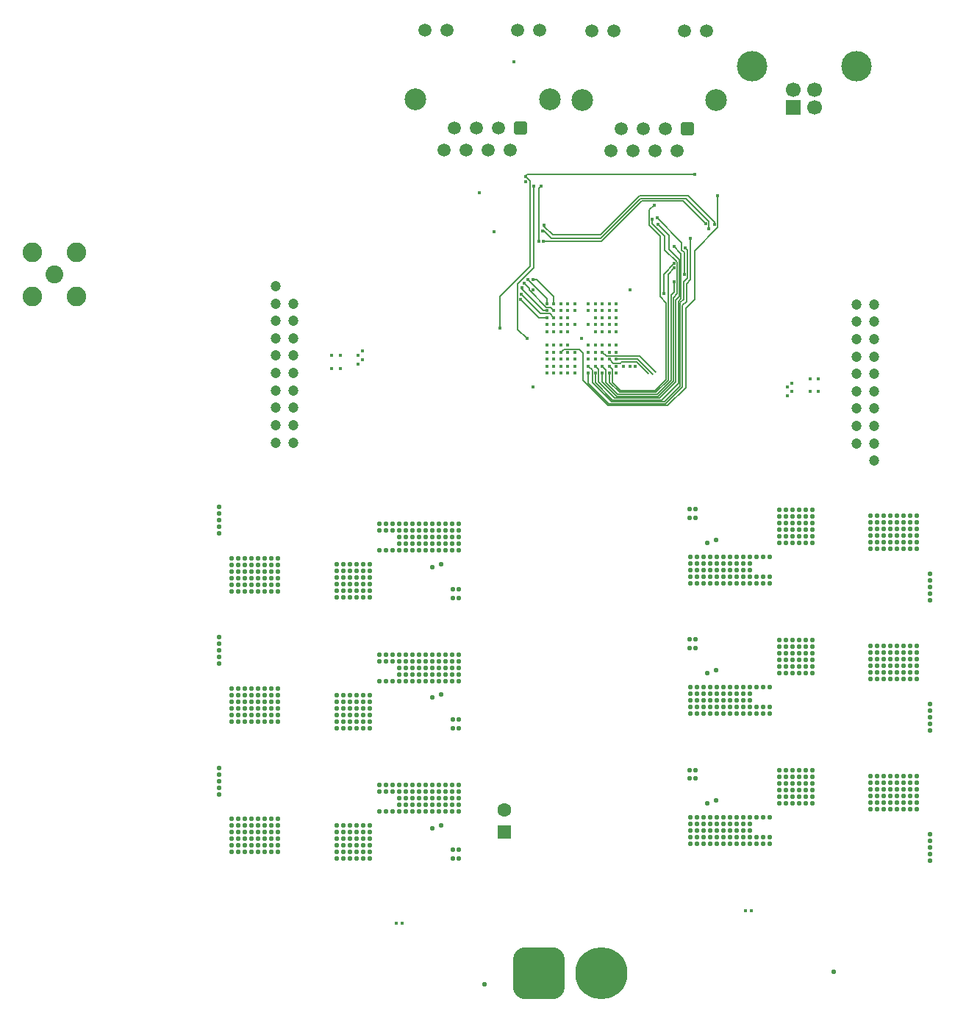
<source format=gbr>
%TF.GenerationSoftware,KiCad,Pcbnew,9.0.2-9-g92f6307ebb*%
%TF.CreationDate,2025-06-20T01:42:08+08:00*%
%TF.ProjectId,HPM5E31_ECatDualFOC,48504d35-4533-4315-9f45-436174447561,rev?*%
%TF.SameCoordinates,Original*%
%TF.FileFunction,Copper,L3,Inr*%
%TF.FilePolarity,Positive*%
%FSLAX46Y46*%
G04 Gerber Fmt 4.6, Leading zero omitted, Abs format (unit mm)*
G04 Created by KiCad (PCBNEW 9.0.2-9-g92f6307ebb) date 2025-06-20 01:42:08*
%MOMM*%
%LPD*%
G01*
G04 APERTURE LIST*
G04 Aperture macros list*
%AMRoundRect*
0 Rectangle with rounded corners*
0 $1 Rounding radius*
0 $2 $3 $4 $5 $6 $7 $8 $9 X,Y pos of 4 corners*
0 Add a 4 corners polygon primitive as box body*
4,1,4,$2,$3,$4,$5,$6,$7,$8,$9,$2,$3,0*
0 Add four circle primitives for the rounded corners*
1,1,$1+$1,$2,$3*
1,1,$1+$1,$4,$5*
1,1,$1+$1,$6,$7*
1,1,$1+$1,$8,$9*
0 Add four rect primitives between the rounded corners*
20,1,$1+$1,$2,$3,$4,$5,0*
20,1,$1+$1,$4,$5,$6,$7,0*
20,1,$1+$1,$6,$7,$8,$9,0*
20,1,$1+$1,$8,$9,$2,$3,0*%
G04 Aperture macros list end*
%TA.AperFunction,ComponentPad*%
%ADD10RoundRect,0.250500X0.499500X0.499500X-0.499500X0.499500X-0.499500X-0.499500X0.499500X-0.499500X0*%
%TD*%
%TA.AperFunction,ComponentPad*%
%ADD11C,1.500000*%
%TD*%
%TA.AperFunction,ComponentPad*%
%ADD12C,2.500000*%
%TD*%
%TA.AperFunction,ComponentPad*%
%ADD13C,1.200000*%
%TD*%
%TA.AperFunction,ComponentPad*%
%ADD14R,1.700000X1.700000*%
%TD*%
%TA.AperFunction,ComponentPad*%
%ADD15C,1.700000*%
%TD*%
%TA.AperFunction,ComponentPad*%
%ADD16C,3.500000*%
%TD*%
%TA.AperFunction,ComponentPad*%
%ADD17C,2.050000*%
%TD*%
%TA.AperFunction,ComponentPad*%
%ADD18C,2.250000*%
%TD*%
%TA.AperFunction,ComponentPad*%
%ADD19RoundRect,1.500000X-1.500000X-1.500000X1.500000X-1.500000X1.500000X1.500000X-1.500000X1.500000X0*%
%TD*%
%TA.AperFunction,ComponentPad*%
%ADD20C,6.000000*%
%TD*%
%TA.AperFunction,ComponentPad*%
%ADD21RoundRect,0.250000X0.550000X-0.550000X0.550000X0.550000X-0.550000X0.550000X-0.550000X-0.550000X0*%
%TD*%
%TA.AperFunction,ComponentPad*%
%ADD22C,1.600000*%
%TD*%
%TA.AperFunction,ViaPad*%
%ADD23C,0.400000*%
%TD*%
%TA.AperFunction,ViaPad*%
%ADD24C,0.550000*%
%TD*%
%TA.AperFunction,Conductor*%
%ADD25C,0.127000*%
%TD*%
G04 APERTURE END LIST*
D10*
%TO.N,/ETHERNET_PHY_P1/TD_P*%
%TO.C,J14*%
X117325000Y-80460000D03*
D11*
%TO.N,/ETHERNET_PHY_P1/TD_N*%
X116065000Y-83000000D03*
%TO.N,/ETHERNET_PHY_P1/RD_P*%
X114785000Y-80460000D03*
%TO.N,Net-(J14-TCT)*%
X113525000Y-83000000D03*
%TO.N,Net-(J14-RCT)*%
X112245000Y-80460000D03*
%TO.N,/ETHERNET_PHY_P1/RD_N*%
X110985000Y-83000000D03*
%TO.N,unconnected-(J14-NC-Pad7)*%
X109705000Y-80460000D03*
%TO.N,GND*%
X108445000Y-83000000D03*
%TO.N,/ETHERNET_PHY_P1/EPHY_3V3*%
X119510000Y-69200000D03*
%TO.N,Net-(J14-Pad10)*%
X116970000Y-69200000D03*
%TO.N,Net-(J14-Pad11)*%
X108800000Y-69200000D03*
%TO.N,/ETHERNET_PHY_P1/LED0*%
X106260000Y-69200000D03*
D12*
%TO.N,Net-(J14-PadSH)*%
X120630000Y-77150000D03*
X105140000Y-77150000D03*
%TD*%
D13*
%TO.N,/ENCODER_CONN_A/A_N*%
%TO.C,J11*%
X69900000Y-98580000D03*
%TO.N,/ENCODER_CONN_A/B_P*%
X71900000Y-100580000D03*
%TO.N,/ENCODER_CONN_A/B_N*%
X69900000Y-100580000D03*
%TO.N,/ENCODER_CONN_A/Z_P*%
X71900000Y-102580000D03*
%TO.N,/ENCODER_CONN_A/Z_N*%
X69900000Y-102580000D03*
%TO.N,/ENCODER_CONN_A/ENC_SPI_SCK*%
X71900000Y-104580000D03*
%TO.N,/ENCODER_CONN_A/ENC_SPI_MOSI*%
X69900000Y-104580000D03*
%TO.N,/ENCODER_CONN_A/ENC_SPI_NSS*%
X71900000Y-106580000D03*
%TO.N,/ENCODER_CONN_A/ENC_SPI_MISO*%
X69900000Y-106580000D03*
%TO.N,/MA_TEMP*%
X71900000Y-108580000D03*
%TO.N,GND*%
X69900000Y-108580000D03*
%TO.N,/ENCODER_CONN_A/HALL_U_P*%
X71900000Y-110580000D03*
%TO.N,/ENCODER_CONN_A/HALL_U_N*%
X69900000Y-110580000D03*
%TO.N,/ENCODER_CONN_A/HALL_V_P*%
X71900000Y-112580000D03*
%TO.N,/ENCODER_CONN_A/HALL_V_N*%
X69900000Y-112580000D03*
%TO.N,/ENCODER_CONN_A/HALL_W_P*%
X71900000Y-114580000D03*
%TO.N,/ENCODER_CONN_A/HALL_W_N*%
X69900000Y-114580000D03*
%TO.N,/ENCODER_CONN_A/ENC_PWR*%
X71900000Y-116580000D03*
%TO.N,GND*%
X69900000Y-116580000D03*
%TD*%
D14*
%TO.N,/HPM5E31_TOP/MCU_POWER/USB_VBUS*%
%TO.C,J4*%
X129470000Y-78010000D03*
D15*
%TO.N,/HPM5E31_TOP/MCU_POWER/USB_N*%
X131970000Y-78010000D03*
%TO.N,/HPM5E31_TOP/MCU_POWER/USB_P*%
X131970000Y-76010000D03*
%TO.N,GND*%
X129470000Y-76010000D03*
D16*
X124700000Y-73300000D03*
X136740000Y-73300000D03*
%TD*%
D17*
%TO.N,unconnected-(J1-In-Pad1)*%
%TO.C,J1*%
X44410000Y-97260000D03*
D18*
%TO.N,unconnected-(J1-Ext-Pad2)*%
X41870000Y-94720000D03*
X41870000Y-99800000D03*
X46950000Y-94720000D03*
X46950000Y-99800000D03*
%TD*%
D13*
%TO.N,/ENCODER_CONN_B/A_N*%
%TO.C,J12*%
X138787500Y-118678400D03*
%TO.N,/ENCODER_CONN_B/B_P*%
X136787500Y-116678400D03*
%TO.N,/ENCODER_CONN_B/B_N*%
X138787500Y-116678400D03*
%TO.N,/ENCODER_CONN_B/Z_P*%
X136787500Y-114678400D03*
%TO.N,/ENCODER_CONN_B/Z_N*%
X138787500Y-114678400D03*
%TO.N,/ENCODER_CONN_B/ENC_SPI_SCK*%
X136787500Y-112678400D03*
%TO.N,/ENCODER_CONN_B/ENC_SPI_MOSI*%
X138787500Y-112678400D03*
%TO.N,/ENCODER_CONN_B/ENC_SPI_NSS*%
X136787500Y-110678400D03*
%TO.N,/ENCODER_CONN_B/ENC_SPI_MISO*%
X138787500Y-110678400D03*
%TO.N,/MB_TEMP*%
X136787500Y-108678400D03*
%TO.N,GND*%
X138787500Y-108678400D03*
%TO.N,/ENCODER_CONN_B/HALL_U_P*%
X136787500Y-106678400D03*
%TO.N,/ENCODER_CONN_B/HALL_U_N*%
X138787500Y-106678400D03*
%TO.N,/ENCODER_CONN_B/HALL_V_P*%
X136787500Y-104678400D03*
%TO.N,/ENCODER_CONN_B/HALL_V_N*%
X138787500Y-104678400D03*
%TO.N,/ENCODER_CONN_B/HALL_W_P*%
X136787500Y-102678400D03*
%TO.N,/ENCODER_CONN_B/HALL_W_N*%
X138787500Y-102678400D03*
%TO.N,/ENCODER_CONN_B/ENC_PWR*%
X136787500Y-100678400D03*
%TO.N,GND*%
X138787500Y-100678400D03*
%TD*%
D19*
%TO.N,GNDPWR*%
%TO.C,U4*%
X100200000Y-177700000D03*
D20*
%TO.N,VBUS*%
X107400000Y-177700000D03*
%TD*%
D10*
%TO.N,/ETHERNET_PHY_P0/TD_P*%
%TO.C,J13*%
X98110000Y-80420000D03*
D11*
%TO.N,/ETHERNET_PHY_P0/TD_N*%
X96850000Y-82960000D03*
%TO.N,/ETHERNET_PHY_P0/RD_P*%
X95570000Y-80420000D03*
%TO.N,Net-(J13-TCT)*%
X94310000Y-82960000D03*
%TO.N,Net-(J13-RCT)*%
X93030000Y-80420000D03*
%TO.N,/ETHERNET_PHY_P0/RD_N*%
X91770000Y-82960000D03*
%TO.N,unconnected-(J13-NC-Pad7)*%
X90490000Y-80420000D03*
%TO.N,GND*%
X89230000Y-82960000D03*
%TO.N,/ETHERNET_PHY_P0/RMII.LINK*%
X100295000Y-69160000D03*
%TO.N,Net-(J13-Pad10)*%
X97755000Y-69160000D03*
%TO.N,Net-(J13-Pad11)*%
X89585000Y-69160000D03*
%TO.N,/ETHERNET_PHY_P0/EPHY_3V3*%
X87045000Y-69160000D03*
D12*
%TO.N,Net-(J13-PadSH)*%
X101415000Y-77110000D03*
X85925000Y-77110000D03*
%TD*%
D21*
%TO.N,VBUS*%
%TO.C,C28*%
X96237500Y-161375000D03*
D22*
%TO.N,GND*%
X96237500Y-158875000D03*
%TD*%
D23*
%TO.N,+1V2*%
X106700000Y-103800000D03*
X103500000Y-103000000D03*
X106700000Y-103000000D03*
X103500000Y-103800000D03*
X106700000Y-105400000D03*
%TO.N,GND*%
X132387500Y-110728400D03*
X102700000Y-107000000D03*
X131387500Y-110728400D03*
X105900000Y-103000000D03*
X111303203Y-107800000D03*
X99500000Y-99000000D03*
X104300000Y-103000000D03*
X76300000Y-106530000D03*
X76300000Y-108030000D03*
X107500000Y-102200000D03*
X102700000Y-102200000D03*
X132387500Y-109228400D03*
X110700000Y-99000000D03*
X131387500Y-109228400D03*
X77300000Y-106530000D03*
X104300000Y-106200000D03*
X99500000Y-110200000D03*
X77300000Y-108030000D03*
X107500000Y-107000000D03*
X105100000Y-104600000D03*
D24*
%TO.N,Vdrive*%
X120620435Y-142785496D03*
X87900430Y-160947214D03*
X120620435Y-157785496D03*
X87900430Y-145947214D03*
X87900430Y-130947214D03*
X120620435Y-127785496D03*
D23*
%TO.N,GNDA*%
X105900000Y-105400000D03*
X105900000Y-106200000D03*
%TO.N,VREF*%
X106700000Y-107000000D03*
D24*
%TO.N,+10V*%
X119580435Y-128125496D03*
X93920000Y-178960000D03*
X119580435Y-158125496D03*
X88940430Y-130607214D03*
X134120000Y-177520000D03*
X88940430Y-145607214D03*
X119580435Y-143125496D03*
X88940430Y-160607214D03*
%TO.N,/INVERTER_BRIDGE_A/VBUS'*%
X129360865Y-142347066D03*
X130122865Y-139299066D03*
X128598865Y-124299066D03*
X130884865Y-124299066D03*
X127836865Y-127347066D03*
X128598865Y-154299066D03*
X131646865Y-158109066D03*
X131646865Y-155061066D03*
X127836865Y-140061066D03*
X127836865Y-142347066D03*
X130884865Y-155823066D03*
X131646865Y-125823066D03*
X127836865Y-140823066D03*
X130122865Y-127347066D03*
X130884865Y-125061066D03*
X130122865Y-140823066D03*
X130122865Y-158109066D03*
X130122865Y-156585066D03*
X130884865Y-142347066D03*
X130122865Y-125061066D03*
X128598865Y-125823066D03*
X128598865Y-139299066D03*
X127836865Y-124299066D03*
X130884865Y-154299066D03*
X129360865Y-128109066D03*
X131646865Y-155823066D03*
X127836865Y-125823066D03*
X129360865Y-125061066D03*
X130884865Y-155061066D03*
X131646865Y-140061066D03*
X131646865Y-128109066D03*
X131646865Y-154299066D03*
X129360865Y-156585066D03*
X130122865Y-128109066D03*
X130884865Y-157347066D03*
X128598865Y-140823066D03*
X128598865Y-141585066D03*
X131646865Y-141585066D03*
X130884865Y-141585066D03*
X128598865Y-155823066D03*
X130884865Y-140061066D03*
X129360865Y-140823066D03*
X130122865Y-155823066D03*
X127836865Y-125061066D03*
X131646865Y-142347066D03*
X128598865Y-125061066D03*
X129360865Y-126585066D03*
X127836865Y-156585066D03*
X129360865Y-141585066D03*
X127836865Y-141585066D03*
X129360865Y-127347066D03*
X127836865Y-155061066D03*
X131646865Y-125061066D03*
X130884865Y-125823066D03*
X130122865Y-155061066D03*
X130884865Y-126585066D03*
X131646865Y-143109066D03*
X131646865Y-140823066D03*
X129360865Y-158109066D03*
X127836865Y-139299066D03*
X128598865Y-142347066D03*
X130122865Y-157347066D03*
X131646865Y-157347066D03*
X129360865Y-143109066D03*
X127836865Y-154299066D03*
X131646865Y-124299066D03*
X130884865Y-127347066D03*
X130122865Y-125823066D03*
X130884865Y-139299066D03*
X127836865Y-155823066D03*
X128598865Y-156585066D03*
X128598865Y-157347066D03*
X130122865Y-142347066D03*
X129360865Y-125823066D03*
X128598865Y-140061066D03*
X130884865Y-128109066D03*
X127836865Y-126585066D03*
X129360865Y-157347066D03*
X128598865Y-127347066D03*
X130122865Y-143109066D03*
X131646865Y-127347066D03*
X129360865Y-155061066D03*
X131646865Y-156585066D03*
X130122865Y-141585066D03*
X130884865Y-156585066D03*
X127836865Y-158109066D03*
X127836865Y-157347066D03*
X129360865Y-124299066D03*
X128598865Y-128109066D03*
X130122865Y-126585066D03*
X130884865Y-143109066D03*
X130884865Y-158109066D03*
X130884865Y-140823066D03*
X129360865Y-155823066D03*
X130122865Y-154299066D03*
X129360865Y-154299066D03*
X129360865Y-139299066D03*
X131646865Y-139299066D03*
X128598865Y-155061066D03*
X128598865Y-126585066D03*
X130122865Y-124299066D03*
X130122865Y-140061066D03*
X128598865Y-143109066D03*
X129360865Y-140061066D03*
X127836865Y-128109066D03*
X128598865Y-158109066D03*
X127836865Y-143109066D03*
X131646865Y-126585066D03*
%TO.N,GNDPWR*%
X84060000Y-144021644D03*
X118246865Y-140259066D03*
X121412865Y-147759066D03*
X121412865Y-130473066D03*
X121412865Y-159711066D03*
X125222865Y-146997066D03*
X84060000Y-125973644D03*
X87870000Y-159021644D03*
X119888865Y-132759066D03*
X118364865Y-160473066D03*
X117602865Y-132759066D03*
X84060000Y-158259644D03*
X123698865Y-146235066D03*
X125222865Y-132759066D03*
X117546865Y-124259066D03*
X124460865Y-144711066D03*
X117602865Y-162759066D03*
X86346000Y-129021644D03*
X84060000Y-155973644D03*
X123698865Y-132759066D03*
X85584000Y-129021644D03*
X123698865Y-130473066D03*
X122936865Y-131997066D03*
X85584000Y-158259644D03*
X89394000Y-141735644D03*
X87108000Y-158259644D03*
X126746865Y-162759066D03*
X81774000Y-141735644D03*
X84822000Y-127497644D03*
X82536000Y-159021644D03*
X122936865Y-132759066D03*
X123698865Y-146997066D03*
X123698865Y-161235066D03*
X121412865Y-146235066D03*
X122174865Y-159711066D03*
X90156000Y-128259644D03*
X126746865Y-147759066D03*
X90274000Y-133473644D03*
X87108000Y-156735644D03*
X90156000Y-155973644D03*
X86346000Y-143259644D03*
X90156000Y-127497644D03*
X85584000Y-128259644D03*
X121412865Y-160473066D03*
X85584000Y-144021644D03*
X87108000Y-155973644D03*
X82536000Y-156735644D03*
X86346000Y-157497644D03*
X118364865Y-146997066D03*
X118364865Y-147759066D03*
X124460865Y-131997066D03*
X89394000Y-158259644D03*
X117546865Y-154259066D03*
X87108000Y-159021644D03*
X84822000Y-158259644D03*
X118364865Y-129711066D03*
X84060000Y-142497644D03*
X85584000Y-127497644D03*
X125222865Y-129711066D03*
X118246865Y-155259066D03*
X123698865Y-159711066D03*
X124460865Y-160473066D03*
X120650865Y-161235066D03*
X126746865Y-132759066D03*
X89394000Y-128259644D03*
X90156000Y-159021644D03*
X90918000Y-127497644D03*
X88632000Y-143259644D03*
X84822000Y-128259644D03*
X122936865Y-161235066D03*
X84060000Y-140973644D03*
X117602865Y-131235066D03*
X122174865Y-162759066D03*
X120650865Y-144711066D03*
X86346000Y-141735644D03*
X84060000Y-126735644D03*
X121412865Y-162759066D03*
X124460865Y-161235066D03*
X124460865Y-161997066D03*
X119126865Y-159711066D03*
X90918000Y-144021644D03*
X82536000Y-126735644D03*
X122174865Y-131997066D03*
X90918000Y-125973644D03*
X120650865Y-162759066D03*
X117602865Y-145473066D03*
X84060000Y-159021644D03*
X123698865Y-131235066D03*
X126746865Y-131997066D03*
X118246865Y-139259066D03*
X86346000Y-144021644D03*
X119888865Y-159711066D03*
X82536000Y-125973644D03*
X90918000Y-158259644D03*
X125222865Y-147759066D03*
X90918000Y-128259644D03*
X122936865Y-161997066D03*
X88632000Y-127497644D03*
X118246865Y-154259066D03*
X90156000Y-125973644D03*
X81774000Y-126735644D03*
X120650865Y-161997066D03*
X118364865Y-144711066D03*
X118364865Y-131997066D03*
X89394000Y-129021644D03*
X124460865Y-131235066D03*
X124460865Y-162759066D03*
X84060000Y-141735644D03*
X119126865Y-146997066D03*
X85584000Y-141735644D03*
X89394000Y-126735644D03*
X122174865Y-146235066D03*
X117602865Y-129711066D03*
X85584000Y-159021644D03*
X82536000Y-141735644D03*
X124460865Y-146235066D03*
X90918000Y-129021644D03*
X87870000Y-129021644D03*
X87870000Y-143259644D03*
X84060000Y-143259644D03*
X90974000Y-133473644D03*
X117602865Y-130473066D03*
X119126865Y-146235066D03*
X88632000Y-158259644D03*
X118364865Y-161235066D03*
X81774000Y-155973644D03*
X86346000Y-126735644D03*
X119888865Y-161997066D03*
X120650865Y-146997066D03*
X87870000Y-142497644D03*
X82536000Y-140973644D03*
X85584000Y-142497644D03*
X87108000Y-126735644D03*
X121412865Y-144711066D03*
X124460865Y-132759066D03*
X117546865Y-139259066D03*
X122936865Y-146235066D03*
X118364865Y-146235066D03*
X120650865Y-159711066D03*
X119126865Y-147759066D03*
X85584000Y-140973644D03*
X123698865Y-145473066D03*
X86346000Y-159021644D03*
X86346000Y-155973644D03*
X123698865Y-162759066D03*
X87870000Y-127497644D03*
X89394000Y-157497644D03*
X83298000Y-126735644D03*
X86346000Y-125973644D03*
X87870000Y-141735644D03*
X118364865Y-131235066D03*
X119888865Y-130473066D03*
X81774000Y-156735644D03*
X90974000Y-148473644D03*
X121412865Y-129711066D03*
X119888865Y-161235066D03*
X125222865Y-159711066D03*
X117602865Y-144711066D03*
X90274000Y-148473644D03*
X89394000Y-127497644D03*
X125984865Y-129711066D03*
X119126865Y-162759066D03*
X89394000Y-144021644D03*
X119888865Y-131997066D03*
X90918000Y-156735644D03*
X88632000Y-141735644D03*
X83298000Y-125973644D03*
X121412865Y-161997066D03*
X90918000Y-140973644D03*
X87870000Y-157497644D03*
X120650865Y-160473066D03*
X84822000Y-144021644D03*
X121412865Y-146997066D03*
X124460865Y-146997066D03*
X118246865Y-124259066D03*
X126746865Y-129711066D03*
X119126865Y-144711066D03*
X90156000Y-142497644D03*
X119126865Y-132759066D03*
X117602865Y-161997066D03*
X87870000Y-158259644D03*
X87108000Y-125973644D03*
X90156000Y-157497644D03*
X119126865Y-161235066D03*
X90156000Y-156735644D03*
X126746865Y-159711066D03*
X87108000Y-129021644D03*
X120650865Y-146235066D03*
X87108000Y-142497644D03*
X88632000Y-157497644D03*
X81774000Y-159021644D03*
X122174865Y-130473066D03*
X84822000Y-143259644D03*
X90156000Y-143259644D03*
X126746865Y-161997066D03*
X119888865Y-146997066D03*
X89394000Y-143259644D03*
X122174865Y-161235066D03*
X119126865Y-129711066D03*
X119126865Y-145473066D03*
X120650865Y-131235066D03*
X125222865Y-161997066D03*
X120650865Y-147759066D03*
X88632000Y-156735644D03*
X90274000Y-149473644D03*
X125984865Y-161997066D03*
X126746865Y-144711066D03*
X87870000Y-156735644D03*
X87108000Y-140973644D03*
X90974000Y-164473644D03*
X87108000Y-157497644D03*
X90974000Y-134473644D03*
X90918000Y-157497644D03*
X85584000Y-143259644D03*
X90156000Y-144021644D03*
X85584000Y-157497644D03*
X84822000Y-157497644D03*
X87870000Y-125973644D03*
X85584000Y-155973644D03*
X89394000Y-159021644D03*
X125984865Y-144711066D03*
X121412865Y-161235066D03*
X81774000Y-129021644D03*
X122936865Y-162759066D03*
X121412865Y-131235066D03*
X122936865Y-159711066D03*
X119888865Y-146235066D03*
X84822000Y-159021644D03*
X84822000Y-140973644D03*
X90974000Y-149473644D03*
X117546865Y-155259066D03*
X124460865Y-145473066D03*
X87870000Y-128259644D03*
X120650865Y-130473066D03*
X81774000Y-140973644D03*
X88632000Y-144021644D03*
X125984865Y-162759066D03*
X84822000Y-125973644D03*
X90918000Y-142497644D03*
X122174865Y-147759066D03*
X81774000Y-125973644D03*
X84060000Y-156735644D03*
X122174865Y-161997066D03*
X122936865Y-147759066D03*
X120650865Y-145473066D03*
X85584000Y-126735644D03*
X124460865Y-129711066D03*
X90274000Y-164473644D03*
X90156000Y-141735644D03*
X87870000Y-140973644D03*
X117602865Y-131997066D03*
X119888865Y-129711066D03*
X83298000Y-144021644D03*
X86346000Y-142497644D03*
X88632000Y-159021644D03*
X122174865Y-145473066D03*
X85584000Y-125973644D03*
X122936865Y-145473066D03*
X122936865Y-130473066D03*
X122936865Y-129711066D03*
X125984865Y-132759066D03*
X81774000Y-144021644D03*
X89394000Y-142497644D03*
X90156000Y-126735644D03*
X90156000Y-129021644D03*
X119888865Y-160473066D03*
X118364865Y-161997066D03*
X122936865Y-131235066D03*
X86346000Y-140973644D03*
X89394000Y-156735644D03*
X122174865Y-144711066D03*
X84822000Y-142497644D03*
X123698865Y-129711066D03*
X122936865Y-144711066D03*
X122174865Y-146997066D03*
X89394000Y-140973644D03*
X88632000Y-155973644D03*
X122936865Y-160473066D03*
X88632000Y-128259644D03*
X124460865Y-159711066D03*
X119126865Y-161997066D03*
X118364865Y-159711066D03*
X87108000Y-141735644D03*
X84822000Y-126735644D03*
X86346000Y-128259644D03*
X120650865Y-131997066D03*
X90274000Y-134473644D03*
X120650865Y-129711066D03*
X119888865Y-131235066D03*
X117602865Y-159711066D03*
X123698865Y-147759066D03*
X119888865Y-162759066D03*
X90974000Y-163473644D03*
X117602865Y-160473066D03*
X122174865Y-132759066D03*
X90918000Y-155973644D03*
X83298000Y-159021644D03*
X83298000Y-140973644D03*
X84822000Y-156735644D03*
X83298000Y-155973644D03*
X90918000Y-126735644D03*
X84060000Y-127497644D03*
X119126865Y-131997066D03*
X86346000Y-127497644D03*
X90156000Y-158259644D03*
X90918000Y-159021644D03*
X84060000Y-157497644D03*
X87870000Y-144021644D03*
X125222865Y-162759066D03*
X84060000Y-128259644D03*
X122174865Y-131235066D03*
X84822000Y-129021644D03*
X125222865Y-131997066D03*
X87108000Y-128259644D03*
X90274000Y-163473644D03*
X121412865Y-132759066D03*
X123698865Y-160473066D03*
X88632000Y-142497644D03*
X119888865Y-147759066D03*
X119126865Y-131235066D03*
X87870000Y-155973644D03*
X117602865Y-161235066D03*
X90156000Y-140973644D03*
X119888865Y-144711066D03*
X125984865Y-147759066D03*
X122936865Y-146997066D03*
X126746865Y-146997066D03*
X119126865Y-160473066D03*
X118364865Y-145473066D03*
X84060000Y-129021644D03*
X84822000Y-155973644D03*
X89394000Y-125973644D03*
X82536000Y-129021644D03*
X117546865Y-125259066D03*
X118364865Y-130473066D03*
X122174865Y-129711066D03*
X82536000Y-155973644D03*
X122174865Y-160473066D03*
X119126865Y-130473066D03*
X121412865Y-145473066D03*
X87108000Y-143259644D03*
X125984865Y-131997066D03*
X83298000Y-156735644D03*
X86346000Y-158259644D03*
X87108000Y-144021644D03*
X123698865Y-161997066D03*
X123698865Y-131997066D03*
X84822000Y-141735644D03*
X118364865Y-162759066D03*
X124460865Y-130473066D03*
X125222865Y-144711066D03*
X124460865Y-147759066D03*
X123698865Y-144711066D03*
X121412865Y-131997066D03*
X117602865Y-146997066D03*
X83298000Y-129021644D03*
X85584000Y-156735644D03*
X88632000Y-129021644D03*
X120650865Y-132759066D03*
X88632000Y-125973644D03*
X117602865Y-146235066D03*
X125984865Y-146997066D03*
X117546865Y-140259066D03*
X86346000Y-156735644D03*
X87108000Y-127497644D03*
X87870000Y-126735644D03*
X90918000Y-141735644D03*
X118246865Y-125259066D03*
X89394000Y-155973644D03*
X83298000Y-141735644D03*
X117602865Y-147759066D03*
X119888865Y-145473066D03*
X90918000Y-143259644D03*
X88632000Y-126735644D03*
X88632000Y-140973644D03*
X125984865Y-159711066D03*
X118364865Y-132759066D03*
X82536000Y-144021644D03*
%TO.N,/INVERTER_BRIDGE_B/VBUS'*%
X79922000Y-164433644D03*
X77636000Y-145623644D03*
X79160000Y-133671644D03*
X78398000Y-163671644D03*
X76874000Y-147909644D03*
X79160000Y-130623644D03*
X76874000Y-133671644D03*
X77636000Y-147147644D03*
X79160000Y-162147644D03*
X78398000Y-160623644D03*
X77636000Y-161385644D03*
X79922000Y-160623644D03*
X80684000Y-149433644D03*
X76874000Y-162147644D03*
X80684000Y-146385644D03*
X79160000Y-146385644D03*
X78398000Y-161385644D03*
X79922000Y-148671644D03*
X76874000Y-148671644D03*
X76874000Y-147147644D03*
X76874000Y-149433644D03*
X77636000Y-134433644D03*
X79160000Y-164433644D03*
X79922000Y-132909644D03*
X80684000Y-132909644D03*
X77636000Y-163671644D03*
X79160000Y-161385644D03*
X77636000Y-149433644D03*
X78398000Y-130623644D03*
X77636000Y-160623644D03*
X77636000Y-131385644D03*
X78398000Y-146385644D03*
X76874000Y-161385644D03*
X80684000Y-134433644D03*
X80684000Y-163671644D03*
X77636000Y-133671644D03*
X78398000Y-132909644D03*
X80684000Y-162909644D03*
X79922000Y-134433644D03*
X79922000Y-161385644D03*
X79922000Y-163671644D03*
X79160000Y-160623644D03*
X76874000Y-130623644D03*
X76874000Y-132909644D03*
X76874000Y-146385644D03*
X77636000Y-132147644D03*
X79160000Y-163671644D03*
X76874000Y-131385644D03*
X78398000Y-147909644D03*
X79922000Y-145623644D03*
X80684000Y-145623644D03*
X78398000Y-131385644D03*
X78398000Y-148671644D03*
X79160000Y-145623644D03*
X78398000Y-145623644D03*
X78398000Y-164433644D03*
X77636000Y-147909644D03*
X76874000Y-134433644D03*
X80684000Y-131385644D03*
X79160000Y-131385644D03*
X79922000Y-146385644D03*
X76874000Y-164433644D03*
X78398000Y-147147644D03*
X79922000Y-149433644D03*
X80684000Y-161385644D03*
X79922000Y-131385644D03*
X76874000Y-145623644D03*
X79160000Y-147147644D03*
X80684000Y-130623644D03*
X77636000Y-146385644D03*
X79922000Y-147147644D03*
X77636000Y-130623644D03*
X79922000Y-147909644D03*
X79922000Y-130623644D03*
X77636000Y-162147644D03*
X79160000Y-149433644D03*
X79922000Y-162909644D03*
X79922000Y-162147644D03*
X80684000Y-133671644D03*
X77636000Y-132909644D03*
X79160000Y-148671644D03*
X80684000Y-164433644D03*
X80684000Y-148671644D03*
X76874000Y-132147644D03*
X80684000Y-147147644D03*
X76874000Y-163671644D03*
X79922000Y-132147644D03*
X79160000Y-162909644D03*
X78398000Y-132147644D03*
X78398000Y-162909644D03*
X78398000Y-149433644D03*
X79160000Y-132147644D03*
X77636000Y-164433644D03*
X80684000Y-132147644D03*
X80684000Y-160623644D03*
X80684000Y-147909644D03*
X77636000Y-162909644D03*
X79160000Y-147909644D03*
X79922000Y-133671644D03*
X78398000Y-133671644D03*
X80684000Y-162147644D03*
X78398000Y-134433644D03*
X76874000Y-162909644D03*
X77636000Y-148671644D03*
X79160000Y-132909644D03*
X78398000Y-162147644D03*
X79160000Y-134433644D03*
X76874000Y-160623644D03*
%TO.N,/INVERTER_BRIDGE_A/M_A*%
X142158865Y-124996565D03*
X143682865Y-127282565D03*
X139872865Y-128806565D03*
X140634865Y-126520565D03*
X140634865Y-128044565D03*
X142158865Y-125758565D03*
X140634865Y-128806565D03*
X142920865Y-127282565D03*
X141396865Y-125758565D03*
X142158865Y-127282565D03*
X138348865Y-125758565D03*
X141396865Y-124996565D03*
X142920865Y-124996565D03*
X139110865Y-125758565D03*
X141396865Y-128044565D03*
X142158865Y-128806565D03*
X145196865Y-133206565D03*
X142920865Y-128806565D03*
X140634865Y-124996565D03*
X139110865Y-127282565D03*
X142158865Y-126520565D03*
X139110865Y-128044565D03*
X140634865Y-125758565D03*
X145196865Y-131682565D03*
X142920865Y-128044565D03*
X139872865Y-124996565D03*
X138348865Y-128806565D03*
X139110865Y-126520565D03*
X139110865Y-128806565D03*
X139110865Y-124996565D03*
X141396865Y-127282565D03*
X139872865Y-125758565D03*
X138348865Y-126520565D03*
X145196865Y-134730565D03*
X138348865Y-124996565D03*
X142920865Y-126520565D03*
X143682865Y-124996565D03*
X143682865Y-128044565D03*
X139872865Y-127282565D03*
X143682865Y-125758565D03*
X143682865Y-128806565D03*
X142920865Y-125758565D03*
X139872865Y-128044565D03*
X139872865Y-126520565D03*
X140634865Y-127282565D03*
X138348865Y-128044565D03*
X143682865Y-126520565D03*
X141396865Y-126520565D03*
X145196865Y-133968565D03*
X141396865Y-128806565D03*
X138348865Y-127282565D03*
X142158865Y-128044565D03*
X145196865Y-132444565D03*
%TO.N,/INVERTER_BRIDGE_A/M_B*%
X141396865Y-143806565D03*
X145196865Y-146682565D03*
X143682865Y-141520565D03*
X145196865Y-149730565D03*
X141396865Y-139996565D03*
X141396865Y-142282565D03*
X139110865Y-140758565D03*
X139872865Y-143044565D03*
X141396865Y-143044565D03*
X139110865Y-143044565D03*
X143682865Y-143044565D03*
X142920865Y-140758565D03*
X142158865Y-142282565D03*
X142158865Y-140758565D03*
X142920865Y-143806565D03*
X142158865Y-143806565D03*
X138348865Y-143044565D03*
X143682865Y-139996565D03*
X139872865Y-141520565D03*
X145196865Y-147444565D03*
X145196865Y-148206565D03*
X139872865Y-142282565D03*
X138348865Y-142282565D03*
X141396865Y-141520565D03*
X142920865Y-139996565D03*
X138348865Y-141520565D03*
X139110865Y-142282565D03*
X140634865Y-143806565D03*
X142920865Y-141520565D03*
X140634865Y-141520565D03*
X142158865Y-139996565D03*
X142920865Y-143044565D03*
X143682865Y-143806565D03*
X139110865Y-143806565D03*
X142158865Y-143044565D03*
X145196865Y-148968565D03*
X139872865Y-140758565D03*
X143682865Y-140758565D03*
X139110865Y-139996565D03*
X143682865Y-142282565D03*
X139872865Y-139996565D03*
X138348865Y-139996565D03*
X139872865Y-143806565D03*
X140634865Y-140758565D03*
X140634865Y-142282565D03*
X138348865Y-143806565D03*
X140634865Y-143044565D03*
X141396865Y-140758565D03*
X142920865Y-142282565D03*
X140634865Y-139996565D03*
X139110865Y-141520565D03*
X138348865Y-140758565D03*
X142158865Y-141520565D03*
%TO.N,/INVERTER_BRIDGE_A/M_C*%
X141396865Y-158044565D03*
X139872865Y-156520565D03*
X139110865Y-155758565D03*
X139110865Y-154996565D03*
X140634865Y-156520565D03*
X139110865Y-157282565D03*
X142920865Y-154996565D03*
X141396865Y-157282565D03*
X142158865Y-158806565D03*
X141396865Y-154996565D03*
X142920865Y-156520565D03*
X140634865Y-157282565D03*
X138348865Y-154996565D03*
X143682865Y-158806565D03*
X138348865Y-158806565D03*
X141396865Y-158806565D03*
X145196865Y-164730565D03*
X140634865Y-154996565D03*
X145196865Y-162444565D03*
X140634865Y-158044565D03*
X139110865Y-156520565D03*
X139872865Y-158044565D03*
X139110865Y-158044565D03*
X138348865Y-156520565D03*
X138348865Y-155758565D03*
X143682865Y-156520565D03*
X142158865Y-154996565D03*
X142920865Y-157282565D03*
X143682865Y-158044565D03*
X143682865Y-155758565D03*
X142920865Y-158044565D03*
X145196865Y-163968565D03*
X145196865Y-161682565D03*
X142920865Y-155758565D03*
X142158865Y-156520565D03*
X142920865Y-158806565D03*
X142158865Y-158044565D03*
X139872865Y-154996565D03*
X143682865Y-154996565D03*
X140634865Y-158806565D03*
X139110865Y-158806565D03*
X145196865Y-163206565D03*
X141396865Y-155758565D03*
X139872865Y-157282565D03*
X141396865Y-156520565D03*
X138348865Y-158044565D03*
X139872865Y-155758565D03*
X138348865Y-157282565D03*
X140634865Y-155758565D03*
X142158865Y-155758565D03*
X142158865Y-157282565D03*
X143682865Y-157282565D03*
X139872865Y-158806565D03*
%TO.N,/INVERTER_BRIDGE_B/M_A*%
X67886000Y-132212145D03*
X68648000Y-132212145D03*
X68648000Y-130688145D03*
X65600000Y-129926145D03*
X66362000Y-130688145D03*
X64838000Y-132212145D03*
X67886000Y-129926145D03*
X69410000Y-131450145D03*
X70172000Y-131450145D03*
X67124000Y-129926145D03*
X64838000Y-129926145D03*
X64838000Y-130688145D03*
X63324000Y-124002145D03*
X65600000Y-130688145D03*
X67124000Y-133736145D03*
X63324000Y-124764145D03*
X63324000Y-126288145D03*
X70172000Y-129926145D03*
X69410000Y-130688145D03*
X66362000Y-132974145D03*
X70172000Y-133736145D03*
X65600000Y-131450145D03*
X68648000Y-133736145D03*
X67124000Y-132212145D03*
X63324000Y-127050145D03*
X68648000Y-132974145D03*
X67886000Y-131450145D03*
X66362000Y-129926145D03*
X65600000Y-133736145D03*
X64838000Y-132974145D03*
X67124000Y-131450145D03*
X66362000Y-131450145D03*
X68648000Y-131450145D03*
X67124000Y-130688145D03*
X66362000Y-132212145D03*
X65600000Y-132974145D03*
X70172000Y-132974145D03*
X68648000Y-129926145D03*
X65600000Y-132212145D03*
X67886000Y-132974145D03*
X70172000Y-130688145D03*
X66362000Y-133736145D03*
X69410000Y-133736145D03*
X63324000Y-125526145D03*
X70172000Y-132212145D03*
X67124000Y-132974145D03*
X64838000Y-133736145D03*
X67886000Y-133736145D03*
X69410000Y-129926145D03*
X69410000Y-132974145D03*
X67886000Y-130688145D03*
X64838000Y-131450145D03*
X69410000Y-132212145D03*
%TO.N,/INVERTER_BRIDGE_B/M_B*%
X64838000Y-148736145D03*
X65600000Y-144926145D03*
X70172000Y-145688145D03*
X69410000Y-146450145D03*
X69410000Y-147974145D03*
X66362000Y-147974145D03*
X64838000Y-147974145D03*
X68648000Y-148736145D03*
X64838000Y-146450145D03*
X64838000Y-145688145D03*
X63324000Y-141288145D03*
X69410000Y-144926145D03*
X70172000Y-144926145D03*
X63324000Y-139002145D03*
X69410000Y-145688145D03*
X68648000Y-144926145D03*
X66362000Y-145688145D03*
X67886000Y-147212145D03*
X70172000Y-147212145D03*
X63324000Y-142050145D03*
X66362000Y-148736145D03*
X68648000Y-147212145D03*
X65600000Y-146450145D03*
X63324000Y-140526145D03*
X70172000Y-147974145D03*
X65600000Y-147974145D03*
X69410000Y-148736145D03*
X67124000Y-147212145D03*
X66362000Y-144926145D03*
X64838000Y-144926145D03*
X63324000Y-139764145D03*
X67886000Y-144926145D03*
X65600000Y-145688145D03*
X66362000Y-147212145D03*
X64838000Y-147212145D03*
X70172000Y-146450145D03*
X67124000Y-144926145D03*
X67124000Y-145688145D03*
X67124000Y-146450145D03*
X66362000Y-146450145D03*
X68648000Y-147974145D03*
X68648000Y-146450145D03*
X65600000Y-148736145D03*
X67886000Y-145688145D03*
X68648000Y-145688145D03*
X67124000Y-147974145D03*
X67886000Y-148736145D03*
X69410000Y-147212145D03*
X65600000Y-147212145D03*
X67124000Y-148736145D03*
X67886000Y-146450145D03*
X70172000Y-148736145D03*
X67886000Y-147974145D03*
%TO.N,/INVERTER_BRIDGE_B/M_C*%
X65600000Y-160688145D03*
X65600000Y-161450145D03*
X67886000Y-161450145D03*
X64838000Y-162212145D03*
X67886000Y-162212145D03*
X66362000Y-159926145D03*
X68648000Y-162212145D03*
X66362000Y-162212145D03*
X68648000Y-160688145D03*
X65600000Y-162212145D03*
X68648000Y-162974145D03*
X69410000Y-162212145D03*
X67124000Y-162212145D03*
X67124000Y-161450145D03*
X67886000Y-162974145D03*
X65600000Y-162974145D03*
X63324000Y-155526145D03*
X64838000Y-162974145D03*
X65600000Y-159926145D03*
X63324000Y-156288145D03*
X63324000Y-154764145D03*
X67886000Y-160688145D03*
X69410000Y-162974145D03*
X66362000Y-160688145D03*
X64838000Y-160688145D03*
X70172000Y-162212145D03*
X66362000Y-163736145D03*
X63324000Y-157050145D03*
X67124000Y-159926145D03*
X68648000Y-163736145D03*
X64838000Y-159926145D03*
X66362000Y-161450145D03*
X67886000Y-163736145D03*
X69410000Y-160688145D03*
X67124000Y-162974145D03*
X67886000Y-159926145D03*
X68648000Y-159926145D03*
X69410000Y-159926145D03*
X64838000Y-163736145D03*
X66362000Y-162974145D03*
X64838000Y-161450145D03*
X67124000Y-163736145D03*
X70172000Y-163736145D03*
X65600000Y-163736145D03*
X70172000Y-159926145D03*
X67124000Y-160688145D03*
X70172000Y-161450145D03*
X69410000Y-161450145D03*
X69410000Y-163736145D03*
X63324000Y-154002145D03*
X70172000Y-162974145D03*
X70172000Y-160688145D03*
X68648000Y-161450145D03*
D23*
%TO.N,+3.3V*%
X106700000Y-102200000D03*
X103500000Y-102200000D03*
X103500000Y-107000000D03*
%TO.N,/BREAK_MCU/BREAKA_CUR_P*%
X123950197Y-170442600D03*
%TO.N,/BREAK_MCU/BREAKB_CUR_P*%
X83750197Y-171882600D03*
%TO.N,/BREAK_MCU/BREAKB_CUR_N*%
X84439100Y-171882600D03*
%TO.N,/BREAK_MCU/BREAKA_CUR_N*%
X124639100Y-170442600D03*
%TO.N,/HPM5E31_TOP/~{RESET}*%
X101100000Y-108600000D03*
%TO.N,/ETHERNET_PHY_P0/EPHY_3V3*%
X93330000Y-87853750D03*
X95000000Y-92300000D03*
%TO.N,/ENCODER_CONN_A/ENC.MISO*%
X103500000Y-101400000D03*
X79400000Y-107530000D03*
%TO.N,/ENCODER_CONN_A/ENC.CS*%
X104300000Y-100600000D03*
X79850000Y-107030000D03*
%TO.N,/ENCODER_CONN_A/ENC.MOSI*%
X79400000Y-106530000D03*
X103500000Y-100600000D03*
%TO.N,/ENCODER_CONN_A/ENC.CLK*%
X102700000Y-101400000D03*
X79850000Y-106030000D03*
%TO.N,/ETHERNET_PHY_P0/RMII.TXEN*%
X101900000Y-100600000D03*
X99500000Y-97800000D03*
%TO.N,/ETHERNET_PHY_P0/LED0*%
X97350000Y-72800000D03*
%TO.N,/ETHERNET_PHY_P0/RMII.TXD1*%
X101100000Y-101400000D03*
X98225000Y-98725000D03*
%TO.N,/ENCODER_CONN_B/ENC.A*%
X109100000Y-107000000D03*
%TO.N,/ETHERNET_PHY_P0/RMII.RX_ER*%
X98800000Y-104600000D03*
X99600000Y-87050000D03*
%TO.N,/ETHERNET_PHY_P0/RMII.TXC*%
X101100000Y-102200000D03*
X98100000Y-100150000D03*
%TO.N,/ETHERNET_PHY_P0/RMII.TXD0*%
X101900000Y-102200000D03*
X98150000Y-99550000D03*
%TO.N,/ENCODER_CONN_B/ENC.B*%
X108300000Y-107000000D03*
%TO.N,/ETHERNET_PHY_P0/RMII.TXD2*%
X101900000Y-101400000D03*
X98500000Y-98250000D03*
%TO.N,/ETHERNET_PHY_P0/RMII.TXD3*%
X98900000Y-97850000D03*
X101100000Y-100600000D03*
%TO.N,/ETHERNET_PHY_P0/RMII.LINK*%
X100400000Y-87050000D03*
X100150000Y-93450000D03*
%TO.N,/ENCODER_CONN_B/ENC.Z*%
X107500000Y-106200000D03*
%TO.N,/ETHERNET_PHY_P1/RMII.RX_DV*%
X113450000Y-89250000D03*
X108300000Y-107800000D03*
%TO.N,/ETHERNET_PHY_P1/RMII.TXD2*%
X117047600Y-94200000D03*
X105900000Y-107800000D03*
%TO.N,/ETHERNET_PHY_P1/RMII.RXD0*%
X113252400Y-90850000D03*
X107500000Y-108600000D03*
%TO.N,/ETHERNET_PHY_P1/RMII.TXD1*%
X105900000Y-108600000D03*
X117650000Y-93050000D03*
%TO.N,/ETHERNET_PHY_P1/RMII.RXD2*%
X113900000Y-91450000D03*
X106700000Y-107800000D03*
%TO.N,/ETHERNET_PHY_P1/RMII.TXD3*%
X114550000Y-99450000D03*
X115750000Y-96000000D03*
%TO.N,/ETHERNET_PHY_P1/RMII.LINK*%
X102700000Y-106200000D03*
X120800000Y-88200000D03*
%TO.N,/ETHERNET_PHY_P1/RMII.TXEN*%
X115776000Y-96500000D03*
X108300000Y-108600000D03*
%TO.N,/ETHERNET_PHY_P1/RMII.RXD1*%
X116919300Y-97219727D03*
X113800000Y-90700000D03*
%TO.N,/ENCODER_CONN_B/ENC.MISO*%
X129287500Y-109728400D03*
%TO.N,/HPM5E31_TOP/MCU_POWER/VANA*%
X106700000Y-106200000D03*
%TO.N,/HPM5E31_TOP/MCU_POWER/VDD_PHY1_CAP*%
X103500000Y-105400000D03*
%TO.N,/HPM5E31_TOP/MCU_POWER/VDD_PHY0CAP*%
X103500000Y-106200000D03*
%TO.N,/HPM5E31_TOP/MCU_POWER/VDD_OTPCAP*%
X105900000Y-107000000D03*
%TO.N,/HPM5E31_TOP/MCU_POWER/VDD_PMCCAP*%
X104300000Y-107000000D03*
%TO.N,/HPM5E31_TOP/MCU_POWER/USB_N*%
X109900000Y-107800000D03*
%TO.N,/HPM5E31_TOP/MCU_POWER/USB_P*%
X110700000Y-107800000D03*
%TO.N,/HPM5E31_TOP/PA5*%
X101100000Y-103000000D03*
%TO.N,/HPM5E31_TOP/PC9*%
X102700000Y-100600000D03*
%TO.N,/HPM5E31_TOP/PA24*%
X101100000Y-107000000D03*
%TO.N,/HPM5E31_TOP/PC14*%
X104300000Y-101400000D03*
%TO.N,/HPM5E31_TOP/PD23*%
X107500000Y-103000000D03*
%TO.N,/HPM5E31_TOP/PA7*%
X102700000Y-103000000D03*
%TO.N,/HPM5E31_TOP/PC15*%
X105900000Y-100600000D03*
%TO.N,/HPM5E31_TOP/PD19*%
X109100000Y-105400000D03*
%TO.N,/HPM5E31_TOP/PD28*%
X108300000Y-106200000D03*
%TO.N,/ENCODER_CONN_B/ENC.CS*%
X128837500Y-110228400D03*
%TO.N,/HPM5E31_TOP/PC16*%
X105900000Y-101400000D03*
%TO.N,/HPM5E31_TOP/PF24*%
X103500000Y-108600000D03*
%TO.N,/HPM5E31_TOP/PE2*%
X109100000Y-108600000D03*
%TO.N,/ENCODER_CONN_B/ENC.CLK*%
X128837500Y-111228400D03*
%TO.N,/HPM5E31_TOP/PA27*%
X101900000Y-106200000D03*
%TO.N,/ENCODER_CONN_B/ENC.MOSI*%
X129287500Y-110728400D03*
%TO.N,/HPM5E31_TOP/PF25*%
X104300000Y-107800000D03*
%TO.N,/HPM5E31_TOP/PF29*%
X101900000Y-108600000D03*
%TO.N,/HPM5E31_TOP/PF21*%
X103500000Y-107800000D03*
%TO.N,/HPM5E31_TOP/PA1*%
X101100000Y-103800000D03*
%TO.N,/HPM5E31_TOP/PA29*%
X101100000Y-105400000D03*
%TO.N,/HPM5E31_TOP/PD16*%
X109100000Y-103800000D03*
%TO.N,/HPM5E31_TOP/PF23*%
X102700000Y-107800000D03*
%TO.N,/HPM5E31_TOP/PD24*%
X108300000Y-103800000D03*
%TO.N,/HPM5E31_TOP/PF27*%
X104300000Y-108600000D03*
%TO.N,/HPM5E31_TOP/PA25*%
X101900000Y-107000000D03*
%TO.N,/HPM5E31_TOP/PD25*%
X107500000Y-103800000D03*
%TO.N,/HPM5E31_TOP/PA26*%
X101100000Y-106200000D03*
%TO.N,/HPM5E31_TOP/PD22*%
X109100000Y-106200000D03*
%TO.N,/HPM5E31_TOP/PD6*%
X109100000Y-100600000D03*
%TO.N,/HPM5E31_TOP/PD26*%
X108300000Y-105400000D03*
%TO.N,/HPM5E31_TOP/PD27*%
X107500000Y-105400000D03*
%TO.N,/HPM5E31_TOP/PD1*%
X107500000Y-100600000D03*
%TO.N,/HPM5E31_TOP/PF19*%
X102700000Y-108600000D03*
%TO.N,/HPM5E31_TOP/PA6*%
X101900000Y-103000000D03*
%TO.N,/HPM5E31_TOP/PD0*%
X106700000Y-101400000D03*
%TO.N,/HPM5E31_TOP/PA2*%
X101900000Y-103800000D03*
%TO.N,/HPM5E31_TOP/PA31*%
X102700000Y-105400000D03*
%TO.N,/HPM5E31_TOP/PC17*%
X106700000Y-100600000D03*
%TO.N,/HPM5E31_TOP/PD2*%
X107500000Y-101400000D03*
%TO.N,/HPM5E31_TOP/PD3*%
X108300000Y-100600000D03*
%TO.N,/HPM5E31_TOP/PA30*%
X101900000Y-105400000D03*
%TO.N,/HPM5E31_TOP/PD9*%
X109100000Y-101400000D03*
%TO.N,/HPM5E31_TOP/PA3*%
X102700000Y-103800000D03*
%TO.N,/HPM5E31_TOP/PF30*%
X101900000Y-107800000D03*
%TO.N,/ETHERNET_PHY_P1/RMII.REFCLK*%
X118100000Y-85700000D03*
X95700000Y-103400000D03*
X98650000Y-86000000D03*
%TO.N,/ETHERNET_PHY_P1/RMII.MDC*%
X100650000Y-92200000D03*
X119750000Y-91950000D03*
%TO.N,/ETHERNET_PHY_P1/RMII.RST*%
X100700000Y-93450000D03*
X119397600Y-91350000D03*
%TO.N,/HPM5E31_TOP/PD10*%
X109100000Y-102200000D03*
%TO.N,/HPM5E31_TOP/PD11*%
X108300000Y-102200000D03*
%TO.N,/HPM5E31_TOP/PD12*%
X109100000Y-103000000D03*
%TO.N,/HPM5E31_TOP/PD4*%
X108300000Y-101400000D03*
%TO.N,/HPM5E31_TOP/PD13*%
X108300000Y-103000000D03*
%TO.N,Net-(U39-DVDD1V2)*%
X98650000Y-86600000D03*
%TO.N,Net-(U1C-USB0_VBUS)*%
X109100000Y-107800000D03*
%TO.N,unconnected-(U1C-WKUP-PadL3)*%
X101100000Y-107800000D03*
%TO.N,/ETHERNET_PHY_P1/RMII.TXD0*%
X106700000Y-108600000D03*
X115750000Y-94050000D03*
%TO.N,/ETHERNET_PHY_P1/RMII.MDIO*%
X107500000Y-107800000D03*
X120400000Y-91500000D03*
X100800000Y-91550000D03*
X115776000Y-98050000D03*
%TD*%
D25*
%TO.N,/ETHERNET_PHY_P0/RMII.TXEN*%
X99900000Y-97800000D02*
X101900000Y-99800000D01*
X101900000Y-99800000D02*
X101900000Y-100600000D01*
X99500000Y-97800000D02*
X99900000Y-97800000D01*
%TO.N,/ETHERNET_PHY_P0/RMII.TXD1*%
X101100000Y-101400000D02*
X100700000Y-101400000D01*
X98225000Y-98925000D02*
X98225000Y-98725000D01*
X100700000Y-101400000D02*
X98225000Y-98925000D01*
%TO.N,/ENCODER_CONN_B/ENC.A*%
X109100000Y-107000000D02*
X111550000Y-107000000D01*
X111550000Y-107000000D02*
X113300000Y-108750000D01*
%TO.N,/ETHERNET_PHY_P0/RMII.RX_ER*%
X97746600Y-103546600D02*
X97746600Y-98303400D01*
X99600000Y-96450000D02*
X99600000Y-87050000D01*
X97746600Y-98303400D02*
X99050000Y-97000000D01*
X98800000Y-104600000D02*
X97746600Y-103546600D01*
X99050000Y-97000000D02*
X99600000Y-96450000D01*
%TO.N,/ETHERNET_PHY_P0/RMII.TXC*%
X100150000Y-102200000D02*
X101100000Y-102200000D01*
X98100000Y-100150000D02*
X100150000Y-102200000D01*
%TO.N,/ETHERNET_PHY_P0/RMII.TXD0*%
X98150000Y-99550000D02*
X100353400Y-101753400D01*
X100353400Y-101753400D02*
X101453400Y-101753400D01*
X101453400Y-101753400D02*
X101900000Y-102200000D01*
%TO.N,/ENCODER_CONN_B/ENC.B*%
X108300000Y-107000000D02*
X108746600Y-107446600D01*
X109591972Y-107446600D02*
X109706272Y-107332300D01*
X111432300Y-107332300D02*
X112800000Y-108700000D01*
X109706272Y-107332300D02*
X111432300Y-107332300D01*
X108746600Y-107446600D02*
X109591972Y-107446600D01*
%TO.N,/ETHERNET_PHY_P0/RMII.TXD2*%
X99050000Y-98800000D02*
X99050000Y-99049784D01*
X101546600Y-101046600D02*
X101900000Y-101400000D01*
X101046816Y-101046600D02*
X101546600Y-101046600D01*
X99050000Y-99049784D02*
X101046816Y-101046600D01*
X98500000Y-98250000D02*
X99050000Y-98800000D01*
%TO.N,/ETHERNET_PHY_P0/RMII.TXD3*%
X101100000Y-100050000D02*
X101100000Y-100600000D01*
X98900000Y-97850000D02*
X101100000Y-100050000D01*
%TO.N,/ETHERNET_PHY_P0/RMII.LINK*%
X100150000Y-93450000D02*
X100150000Y-87300000D01*
X100150000Y-87300000D02*
X100400000Y-87050000D01*
%TO.N,/ENCODER_CONN_B/ENC.Z*%
X107500000Y-106200000D02*
X107946600Y-106646600D01*
X107946600Y-106646600D02*
X111796600Y-106646600D01*
X111796600Y-106646600D02*
X113650000Y-108500000D01*
%TO.N,/ETHERNET_PHY_P1/RMII.RX_DV*%
X113450000Y-89250000D02*
X112900000Y-89800000D01*
X113600000Y-110600000D02*
X109600000Y-110600000D01*
X109600000Y-110600000D02*
X108650000Y-109650000D01*
X112900000Y-89800000D02*
X112900000Y-91600000D01*
X112900000Y-91600000D02*
X114150000Y-92850000D01*
X108653400Y-109646600D02*
X108653400Y-108153400D01*
X108653400Y-108153400D02*
X108300000Y-107800000D01*
X108650000Y-109650000D02*
X108653400Y-109646600D01*
X114150000Y-92850000D02*
X114150000Y-99800000D01*
X114850000Y-100500000D02*
X114850000Y-109350000D01*
X114150000Y-99800000D02*
X114850000Y-100500000D01*
X114850000Y-109350000D02*
X113600000Y-110600000D01*
%TO.N,/ETHERNET_PHY_P1/RMII.TXD2*%
X117025815Y-94221785D02*
X117069385Y-94221785D01*
X117300000Y-97650000D02*
X116833450Y-98116550D01*
X116833450Y-98116550D02*
X116833450Y-100083450D01*
X116833450Y-100083450D02*
X116466900Y-100450000D01*
X106346600Y-108246600D02*
X105900000Y-107800000D01*
X117047600Y-94200000D02*
X117025815Y-94221785D01*
X116466900Y-110133100D02*
X114698600Y-111901400D01*
X117069385Y-94221785D02*
X117300000Y-94452400D01*
X114698600Y-111901400D02*
X108544657Y-111901400D01*
X117300000Y-94452400D02*
X117300000Y-97650000D01*
X116466900Y-100450000D02*
X116466900Y-110133100D01*
X106346600Y-109703344D02*
X106346600Y-108246600D01*
X108544657Y-111901400D02*
X106346600Y-109703344D01*
%TO.N,/ETHERNET_PHY_P1/RMII.RXD0*%
X114700000Y-92850000D02*
X114700000Y-94400000D01*
X107500000Y-109600000D02*
X107500000Y-109606742D01*
X116128400Y-95828400D02*
X116128400Y-99421600D01*
X107500000Y-109400000D02*
X107500000Y-109600000D01*
X113250000Y-90850000D02*
X113250000Y-91400000D01*
X113869527Y-111250700D02*
X109143958Y-111250700D01*
X107500000Y-108600000D02*
X107500000Y-109400000D01*
X107500000Y-109400000D02*
X107500000Y-109606742D01*
X113250000Y-91400000D02*
X114700000Y-92850000D01*
X114700000Y-94400000D02*
X116128400Y-95828400D01*
X115650000Y-99900000D02*
X115650000Y-109470227D01*
X113252400Y-90850000D02*
X113250000Y-90850000D01*
X109143958Y-111250700D02*
X107500000Y-109606742D01*
X116128400Y-99421600D02*
X115650000Y-99900000D01*
X115650000Y-109470227D02*
X113869527Y-111250700D01*
%TO.N,/ETHERNET_PHY_P1/RMII.TXD1*%
X117175000Y-100325000D02*
X117175000Y-98325000D01*
X116700000Y-110206743D02*
X114788443Y-112118300D01*
X116700000Y-100800000D02*
X116700000Y-110206743D01*
X117650000Y-93050000D02*
X117650000Y-97850000D01*
X105900000Y-109800000D02*
X105900000Y-108600000D01*
X117175000Y-98325000D02*
X117650000Y-97850000D01*
X114788443Y-112118300D02*
X108218300Y-112118300D01*
X108218300Y-112118300D02*
X105900000Y-109800000D01*
X117175000Y-100325000D02*
X116700000Y-100800000D01*
%TO.N,/ETHERNET_PHY_P1/RMII.RXD2*%
X116350000Y-95500000D02*
X116350000Y-99733450D01*
X115200000Y-94350000D02*
X116350000Y-95500000D01*
X116350000Y-99733450D02*
X115916900Y-100166550D01*
X115916900Y-109633100D02*
X114082400Y-111467600D01*
X115200000Y-92750000D02*
X115200000Y-94350000D01*
X114082400Y-111467600D02*
X108921000Y-111467600D01*
X115916900Y-100166550D02*
X115916900Y-109633100D01*
X107053400Y-108153400D02*
X106700000Y-107800000D01*
X108921000Y-111467600D02*
X107053400Y-109600000D01*
X113900000Y-91450000D02*
X115200000Y-92750000D01*
X107053400Y-109600000D02*
X107053400Y-108153400D01*
%TO.N,/ETHERNET_PHY_P1/RMII.TXD3*%
X114550000Y-99450000D02*
X114550000Y-97200000D01*
X114550000Y-97200000D02*
X115750000Y-96000000D01*
%TO.N,/ETHERNET_PHY_P1/RMII.LINK*%
X108128458Y-112335200D02*
X105250000Y-109456742D01*
X103053400Y-105846600D02*
X102700000Y-106200000D01*
X120800000Y-88200000D02*
X120800000Y-91800000D01*
X104846600Y-105846600D02*
X103053400Y-105846600D01*
X117100000Y-101150000D02*
X117100000Y-110250000D01*
X105250000Y-106250000D02*
X104846600Y-105846600D01*
X118100000Y-100150000D02*
X117100000Y-101150000D01*
X118100000Y-94500000D02*
X118100000Y-100150000D01*
X105250000Y-109456742D02*
X105250000Y-106250000D01*
X120800000Y-91800000D02*
X118100000Y-94500000D01*
X115014800Y-112335200D02*
X108128458Y-112335200D01*
X117100000Y-110250000D02*
X115014800Y-112335200D01*
%TO.N,/ETHERNET_PHY_P1/RMII.TXEN*%
X108300000Y-109650000D02*
X108300000Y-108600000D01*
X113689842Y-110816900D02*
X109466900Y-110816900D01*
X115776000Y-96500000D02*
X115066900Y-97209100D01*
X115066900Y-97209100D02*
X115066900Y-109439842D01*
X115066900Y-109439842D02*
X113689842Y-110816900D01*
X109466900Y-110816900D02*
X108300000Y-109650000D01*
%TO.N,/ETHERNET_PHY_P1/RMII.RXD1*%
X116650000Y-94450000D02*
X116650000Y-93550000D01*
X116919300Y-94719300D02*
X116650000Y-94450000D01*
X116919300Y-97219727D02*
X116919300Y-94719300D01*
X116650000Y-93550000D02*
X113800000Y-90700000D01*
%TO.N,/ETHERNET_PHY_P1/RMII.REFCLK*%
X98650000Y-86000000D02*
X98650000Y-85850000D01*
X98650000Y-86000000D02*
X99150000Y-86500000D01*
X98800000Y-85700000D02*
X118100000Y-85700000D01*
X99150000Y-96300000D02*
X99150000Y-86500000D01*
X95700000Y-103400000D02*
X95700000Y-99750000D01*
X95700000Y-99750000D02*
X99150000Y-96300000D01*
X98650000Y-85850000D02*
X98800000Y-85700000D01*
%TO.N,/ETHERNET_PHY_P1/RMII.MDC*%
X101600000Y-93050000D02*
X100750000Y-92200000D01*
X111850000Y-88500000D02*
X107300000Y-93050000D01*
X117150000Y-88500000D02*
X111850000Y-88500000D01*
X107300000Y-93050000D02*
X101600000Y-93050000D01*
X119750000Y-91100000D02*
X117150000Y-88500000D01*
X119750000Y-91950000D02*
X119750000Y-91100000D01*
X100750000Y-92200000D02*
X100650000Y-92200000D01*
%TO.N,/ETHERNET_PHY_P1/RMII.RST*%
X119397600Y-91350000D02*
X116797600Y-88750000D01*
X116797600Y-88750000D02*
X112050000Y-88750000D01*
X107350000Y-93450000D02*
X100700000Y-93450000D01*
X112050000Y-88750000D02*
X107350000Y-93450000D01*
%TO.N,/ETHERNET_PHY_P1/RMII.TXD0*%
X115750000Y-94050000D02*
X116566900Y-94866900D01*
X116250000Y-100350000D02*
X116250000Y-109800000D01*
X114365500Y-111684500D02*
X108677758Y-111684500D01*
X116566900Y-94866900D02*
X116566900Y-100033100D01*
X108677758Y-111684500D02*
X106700000Y-109706742D01*
X116250000Y-109800000D02*
X114365500Y-111684500D01*
X116566900Y-100033100D02*
X116250000Y-100350000D01*
X106700000Y-109706742D02*
X106700000Y-108600000D01*
%TO.N,/ETHERNET_PHY_P1/RMII.MDIO*%
X109233800Y-111033800D02*
X107900000Y-109700000D01*
X107900000Y-109700000D02*
X107900000Y-108200000D01*
X115400000Y-99618357D02*
X115400000Y-109413484D01*
X115776000Y-98050000D02*
X115776000Y-99242357D01*
X115400000Y-109413484D02*
X113779684Y-111033800D01*
X111750000Y-88200000D02*
X107266900Y-92683100D01*
X117400000Y-88200000D02*
X111750000Y-88200000D01*
X115776000Y-99242357D02*
X115400000Y-99618357D01*
X120400000Y-91500000D02*
X120400000Y-91200000D01*
X100800000Y-91700000D02*
X100800000Y-91550000D01*
X101783100Y-92683100D02*
X100800000Y-91700000D01*
X107900000Y-108200000D02*
X107500000Y-107800000D01*
X113779684Y-111033800D02*
X109233800Y-111033800D01*
X107266900Y-92683100D02*
X101783100Y-92683100D01*
X120400000Y-91200000D02*
X117400000Y-88200000D01*
%TD*%
M02*

</source>
